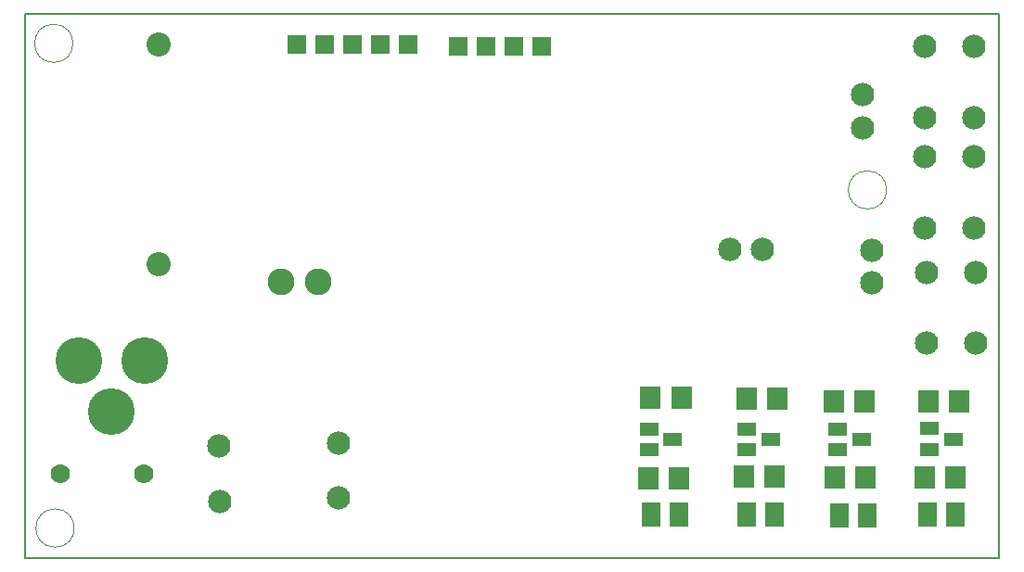
<source format=gbr>
%FSLAX35Y35*%
%MOIN*%
G04 EasyPC Gerber Version 18.0.8 Build 3632 *
%ADD96R,0.07000X0.09000*%
%ADD95R,0.07299X0.08087*%
%ADD101R,0.07000X0.07000*%
%ADD11C,0.00100*%
%ADD10C,0.00500*%
%ADD124R,0.06512X0.04937*%
%ADD108C,0.07000*%
%ADD100C,0.08400*%
%ADD93C,0.08677*%
%ADD97C,0.09661*%
%ADD105C,0.16800*%
X0Y0D02*
D02*
D10*
X11020Y250D02*
X361020D01*
Y195801*
X11020*
Y250*
D02*
D11*
X21325Y192061D02*
G75*
G03Y178281J-6890D01*
G01*
G75*
G03Y192061J6890*
G01*
X21788Y17780D02*
G75*
G03Y4000J-6890D01*
G01*
G75*
G03Y17780J6890*
G01*
X313746Y139374D02*
G75*
G03Y125594J-6890D01*
G01*
G75*
G03Y139374J6890*
G01*
D02*
D93*
X59022Y105919D03*
Y184659D03*
D02*
D95*
X234957Y28902D03*
X235823Y57681D03*
X245981Y28902D03*
X246847Y57681D03*
X269367Y29315D03*
X270174Y57465D03*
X280390Y29315D03*
X281197Y57465D03*
X301798Y56579D03*
X301935Y28970D03*
X312821Y56579D03*
X312959Y28970D03*
X334327Y29089D03*
X335577Y56372D03*
X345351Y29089D03*
X346601Y56372D03*
D02*
D96*
X235981Y15614D03*
X245981D03*
X270223D03*
X280223D03*
X303756Y15594D03*
X313756D03*
X335459Y15614D03*
X345459D03*
D02*
D97*
X102889Y99508D03*
X116276D03*
D02*
D100*
X80813Y40329D03*
X80853Y20585D03*
X123707Y41539D03*
X123746Y21795D03*
X264229Y111096D03*
X276000Y111136D03*
X311975Y166657D03*
X312014Y154886D03*
X315174Y110801D03*
X315213Y99030D03*
X334217Y158405D03*
Y184005D03*
X334285Y118798D03*
Y144398D03*
X334945Y77302D03*
Y102902D03*
X352017Y158405D03*
Y184005D03*
X352085Y118798D03*
Y144398D03*
X352745Y77302D03*
Y102902D03*
D02*
D101*
X108727Y184797D03*
X118727D03*
X128727D03*
X138727D03*
X148727D03*
X166561Y184246D03*
X176561D03*
X186561D03*
X196561D03*
D02*
D105*
X30321Y71254D03*
X42132Y52750D03*
X53943Y71254D03*
D02*
D108*
X23628Y30348D03*
X53628D03*
D02*
D124*
X235174Y39030D03*
Y46510D03*
X243835Y42770D03*
X270262Y39098D03*
Y46579D03*
X278924Y42839D03*
X303136Y39098D03*
Y46579D03*
X311798Y42839D03*
X336138Y39177D03*
Y46657D03*
X344800Y42917D03*
X0Y0D02*
M02*

</source>
